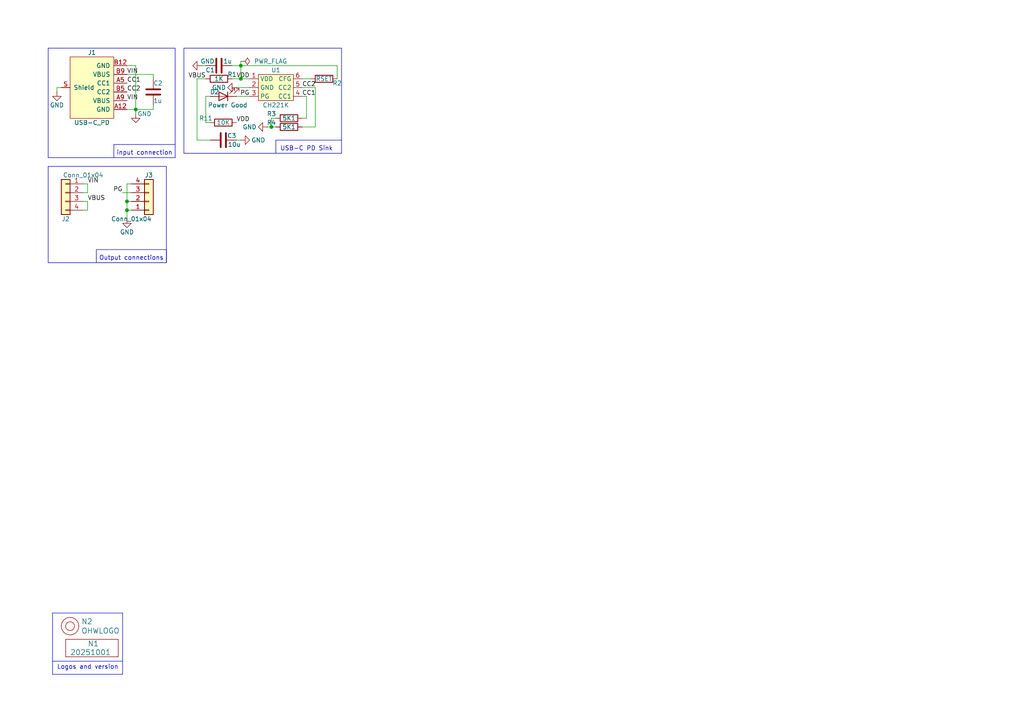
<source format=kicad_sch>
(kicad_sch (version 20250114) (generator "eeschema") (generator_version "9.0")
  (paper "A4")
  (lib_symbols
    (symbol "Connector_Generic:Conn_01x04" (pin_names (offset 1.016) (hide yes))
      (property "Reference" "J" (at 0 5.08 0))
      (property "Value" "Conn_01x04" (at 0 -7.62 0))
      (symbol "Conn_01x04_1_1"
        (rectangle (start -1.27 3.81) (end 1.27 -6.35) (stroke (width 0.254)) (fill (type background)))
        (rectangle (start -1.27 2.667) (end 0 2.413) (stroke (width 0.1524)))
        (rectangle (start -1.27 0.127) (end 0 -0.127) (stroke (width 0.1524)))
        (rectangle (start -1.27 -2.413) (end 0 -2.667) (stroke (width 0.1524)))
        (rectangle (start -1.27 -4.953) (end 0 -5.207) (stroke (width 0.1524)))
        (pin passive line (at -5.08 2.54 0) (length 3.81) (name "Pin_1") (number "1"))
        (pin passive line (at -5.08 0 0) (length 3.81) (name "Pin_2") (number "2"))
        (pin passive line (at -5.08 -2.54 0) (length 3.81) (name "Pin_3") (number "3"))
        (pin passive line (at -5.08 -5.08 0) (length 3.81) (name "Pin_4") (number "4"))
      )
    )
    (symbol "Device:C" (pin_numbers (hide yes)) (pin_names (offset 0.254))
      (property "Reference" "C" (at 0.635 2.54 0))
      (property "Value" "C" (at 0.635 -2.54 0))
      (symbol "C_0_1"
        (polyline (pts (xy -2.032 0.762) (xy 2.032 0.762)) (stroke (width 0.508)))
        (polyline (pts (xy -2.032 -0.762) (xy 2.032 -0.762)) (stroke (width 0.508)))
      )
      (symbol "C_1_1"
        (pin passive line (at 0 3.81 270) (length 2.794) (name "~") (number "1"))
        (pin passive line (at 0 -3.81 90) (length 2.794) (name "~") (number "2"))
      )
    )
    (symbol "Device:LED" (pin_numbers (hide yes)) (pin_names (offset 1.016) (hide yes))
      (property "Reference" "D" (at 0 2.54 0))
      (property "Value" "LED" (at 0 -2.54 0))
      (symbol "LED_0_1"
        (polyline (pts (xy -3.048 -0.762) (xy -4.572 -2.286) (xy -3.81 -2.286) (xy -4.572 -2.286) (xy -4.572 -1.524)))
        (polyline (pts (xy -1.778 -0.762) (xy -3.302 -2.286) (xy -2.54 -2.286) (xy -3.302 -2.286) (xy -3.302 -1.524)))
        (polyline (pts (xy -1.27 0) (xy 1.27 0)))
        (polyline (pts (xy -1.27 -1.27) (xy -1.27 1.27)) (stroke (width 0.254)))
        (polyline (pts (xy 1.27 -1.27) (xy 1.27 1.27) (xy -1.27 0) (xy 1.27 -1.27)) (stroke (width 0.254)))
      )
      (symbol "LED_1_1"
        (pin passive line (at -3.81 0 0) (length 2.54) (name "K") (number "1"))
        (pin passive line (at 3.81 0 180) (length 2.54) (name "A") (number "2"))
      )
    )
    (symbol "Device:R" (pin_numbers (hide yes)) (pin_names (offset 0))
      (property "Reference" "R" (at 2.032 0 90))
      (property "Value" "R" (at 0 0 90))
      (symbol "R_0_1"
        (rectangle (start -1.016 -2.54) (end 1.016 2.54) (stroke (width 0.254)))
      )
      (symbol "R_1_1"
        (pin passive line (at 0 3.81 270) (length 1.27) (name "~") (number "1"))
        (pin passive line (at 0 -3.81 90) (length 1.27) (name "~") (number "2"))
      )
    )
    (symbol "SquantorLabels:OHWLOGO" (pin_names (offset 1.016))
      (property "Reference" "N" (at 0 3.81 0))
      (property "Value" "OHWLOGO" (at 0 -3.81 0))
      (symbol "OHWLOGO_0_1"
        (circle (center 0 0) (radius 1.27))
        (circle (center 0 0) (radius 2.54))
      )
    )
    (symbol "SquantorLabels:VYYYYMMDD" (pin_names (offset 1.016))
      (property "Reference" "N" (at 0 2.54 0))
      (property "Value" "VYYYYMMDD" (at 0 0 0))
      (symbol "VYYYYMMDD_0_1"
        (rectangle (start 7.62 -1.27) (end -7.62 3.81))
      )
    )
    (symbol "SquantorUsb:USB-C_PD" (pin_names (offset 1.016))
      (property "Reference" "J" (at 0 10.16 0))
      (property "Value" "USB-C_PD" (at 0 -10.16 0))
      (symbol "USB-C_PD_0_1"
        (rectangle (start 6.35 8.89) (end -6.35 -8.89) (fill (type background)))
      )
      (symbol "USB-C_PD_1_1"
        (pin passive line (at -8.89 0 0) (length 2.54) (name "Shield") (number "S"))
        (pin power_out line (at 10.16 6.35 180) (length 3.81) (name "GND") (number "B12"))
        (pin power_out line (at 10.16 3.81 180) (length 3.81) (name "VBUS") (number "B9"))
        (pin bidirectional line (at 10.16 1.27 180) (length 3.81) (name "CC1") (number "A5"))
        (pin bidirectional line (at 10.16 -1.27 180) (length 3.81) (name "CC2") (number "B5"))
        (pin passive line (at 10.16 -3.81 180) (length 3.81) (name "VBUS") (number "A9"))
        (pin passive line (at 10.16 -6.35 180) (length 3.81) (name "GND") (number "A12"))
      )
    )
    (symbol "SquantorWCH:CH221K"
      (property "Reference" "U" (at 0 5.08 0))
      (property "Value" "CH221K" (at 0 -5.08 0))
      (symbol "CH221K_1_1"
        (rectangle (start -5.08 3.81) (end 5.08 -3.81) (fill (type background)))
        (pin power_in line (at -7.62 2.54 0) (length 2.54) (name "VDD") (number "1"))
        (pin power_in line (at -7.62 0 0) (length 2.54) (name "GND") (number "2"))
        (pin open_collector line (at -7.62 -2.54 0) (length 2.54) (name "PG") (number "3"))
        (pin input line (at 7.62 2.54 180) (length 2.54) (name "CFG") (number "6"))
        (pin input line (at 7.62 0 180) (length 2.54) (name "CC2") (number "5"))
        (pin input line (at 7.62 -2.54 180) (length 2.54) (name "CC1") (number "4"))
      )
    )
    (symbol "power:GND" (power) (pin_numbers (hide yes)) (pin_names (offset 0) (hide yes))
      (property "Value" "GND" (at 0 -3.81 0))
      (symbol "GND_0_1"
        (polyline (pts (xy 0 0) (xy 0 -1.27) (xy 1.27 -1.27) (xy 0 -2.54) (xy -1.27 -1.27) (xy 0 -1.27)))
      )
      (symbol "GND_1_1"
        (pin power_in line (at 0 0 270) (length 0) (name "~") (number "1"))
      )
    )
    (symbol "power:PWR_FLAG" (power) (pin_numbers (hide yes)) (pin_names (offset 0) (hide yes))
      (property "Value" "PWR_FLAG" (at 0 3.81 0))
      (symbol "PWR_FLAG_0_0"
        (pin power_out line (at 0 0 90) (length 0) (name "~") (number "1"))
      )
      (symbol "PWR_FLAG_0_1"
        (polyline (pts (xy 0 0) (xy 0 1.27) (xy -1.016 1.905) (xy 0 2.54) (xy 1.016 1.905) (xy 0 1.27)))
      )
    )
  )
  (rectangle (start 27.94 72.39) (end 48.26 76.2))
  (rectangle (start 13.97 48.26) (end 48.26 76.2))
  (text "Output connections" (at 38.1 74.93 0) (effects (font (size 1.27 1.27))))
  (text "input connection" (at 41.91 44.45 0) (effects (font (size 1.27 1.27))))
  (text "Logos and version" (at 16.51 194.31 0) (effects (font (size 1.27 1.27)) (justify left bottom)))
  (text "USB-C PD Sink" (at 88.9 43.18 0) (effects (font (size 1.27 1.27))))
  (junction (at 69.85 22.86))
  (junction (at 39.37 31.75))
  (junction (at 36.83 58.42))
  (junction (at 78.74 36.83))
  (junction (at 69.85 19.05))
  (junction (at 36.83 60.96))
  (wire (pts (xy 88.9 34.29) (xy 87.63 34.29)))
  (wire (pts (xy 36.83 53.34) (xy 36.83 58.42)))
  (wire (pts (xy 24.13 58.42) (xy 25.4 58.42)))
  (wire (pts (xy 68.58 27.94) (xy 72.39 27.94)))
  (wire (pts (xy 59.69 22.86) (xy 57.15 22.86)))
  (wire (pts (xy 78.74 36.83) (xy 80.01 36.83)))
  (wire (pts (xy 57.15 40.64) (xy 60.96 40.64)))
  (wire (pts (xy 97.79 19.05) (xy 97.79 22.86)))
  (wire (pts (xy 87.63 27.94) (xy 88.9 27.94)))
  (polyline (pts (xy 15.24 177.8) (xy 15.24 195.58)))
  (polyline (pts (xy 35.56 177.8) (xy 15.24 177.8)))
  (wire (pts (xy 78.74 34.29) (xy 78.74 36.83)))
  (wire (pts (xy 68.58 25.4) (xy 72.39 25.4)))
  (wire (pts (xy 25.4 58.42) (xy 25.4 60.96)))
  (wire (pts (xy 44.45 22.86) (xy 44.45 21.59)))
  (wire (pts (xy 44.45 21.59) (xy 36.83 21.59)))
  (wire (pts (xy 36.83 58.42) (xy 38.1 58.42)))
  (polyline (pts (xy 13.97 45.72) (xy 50.8 45.72)))
  (wire (pts (xy 39.37 19.05) (xy 39.37 31.75)))
  (polyline (pts (xy 50.8 13.97) (xy 13.97 13.97)))
  (wire (pts (xy 87.63 22.86) (xy 90.17 22.86)))
  (wire (pts (xy 39.37 31.75) (xy 39.37 33.02)))
  (wire (pts (xy 60.96 35.56) (xy 59.69 35.56)))
  (wire (pts (xy 68.58 40.64) (xy 69.85 40.64)))
  (wire (pts (xy 77.47 36.83) (xy 78.74 36.83)))
  (wire (pts (xy 59.69 27.94) (xy 60.96 27.94)))
  (polyline (pts (xy 50.8 45.72) (xy 50.8 13.97)))
  (wire (pts (xy 36.83 53.34) (xy 38.1 53.34)))
  (wire (pts (xy 16.51 25.4) (xy 16.51 26.67)))
  (polyline (pts (xy 99.06 44.45) (xy 99.06 13.97)))
  (wire (pts (xy 69.85 22.86) (xy 69.85 19.05)))
  (polyline (pts (xy 13.97 13.97) (xy 13.97 45.72)))
  (wire (pts (xy 36.83 31.75) (xy 39.37 31.75)))
  (wire (pts (xy 39.37 31.75) (xy 44.45 31.75)))
  (polyline (pts (xy 99.06 13.97) (xy 53.34 13.97)))
  (wire (pts (xy 69.85 22.86) (xy 67.31 22.86)))
  (wire (pts (xy 80.01 34.29) (xy 78.74 34.29)))
  (wire (pts (xy 69.85 19.05) (xy 97.79 19.05)))
  (polyline (pts (xy 53.34 44.45) (xy 99.06 44.45)))
  (polyline (pts (xy 50.8 41.91) (xy 33.02 41.91)))
  (wire (pts (xy 69.85 22.86) (xy 72.39 22.86)))
  (polyline (pts (xy 80.01 40.64) (xy 80.01 44.45)))
  (wire (pts (xy 69.85 17.78) (xy 69.85 19.05)))
  (wire (pts (xy 36.83 60.96) (xy 36.83 63.5)))
  (wire (pts (xy 25.4 53.34) (xy 25.4 55.88)))
  (wire (pts (xy 44.45 30.48) (xy 44.45 31.75)))
  (polyline (pts (xy 33.02 41.91) (xy 33.02 45.72)))
  (polyline (pts (xy 53.34 13.97) (xy 53.34 44.45)))
  (wire (pts (xy 36.83 19.05) (xy 39.37 19.05)))
  (wire (pts (xy 36.83 58.42) (xy 36.83 60.96)))
  (wire (pts (xy 91.44 36.83) (xy 87.63 36.83)))
  (wire (pts (xy 59.69 35.56) (xy 59.69 27.94)))
  (wire (pts (xy 36.83 60.96) (xy 38.1 60.96)))
  (polyline (pts (xy 35.56 195.58) (xy 35.56 177.8)))
  (wire (pts (xy 87.63 25.4) (xy 91.44 25.4)))
  (polyline (pts (xy 15.24 195.58) (xy 35.56 195.58)))
  (wire (pts (xy 17.78 25.4) (xy 16.51 25.4)))
  (polyline (pts (xy 99.06 40.64) (xy 80.01 40.64)))
  (wire (pts (xy 69.85 19.05) (xy 67.31 19.05)))
  (wire (pts (xy 57.15 22.86) (xy 57.15 40.64)))
  (wire (pts (xy 88.9 27.94) (xy 88.9 34.29)))
  (wire (pts (xy 24.13 60.96) (xy 25.4 60.96)))
  (wire (pts (xy 58.42 19.05) (xy 59.69 19.05)))
  (wire (pts (xy 91.44 25.4) (xy 91.44 36.83)))
  (wire (pts (xy 24.13 55.88) (xy 25.4 55.88)))
  (polyline (pts (xy 15.24 191.77) (xy 35.56 191.77)))
  (wire (pts (xy 24.13 53.34) (xy 25.4 53.34)))
  (wire (pts (xy 35.56 55.88) (xy 38.1 55.88)))
  (label "CC2" (at 36.83 26.67 0))
  (label "CC1" (at 36.83 24.13 0))
  (label "VDD" (at 72.39 22.86 180))
  (label "VBUS" (at 59.69 22.86 180))
  (label "VBUS" (at 25.4 58.42 0))
  (label "CC2" (at 87.63 25.4 0))
  (label "PG" (at 35.56 55.88 180))
  (label "VIN" (at 25.4 53.34 0))
  (label "VIN" (at 36.83 21.59 0))
  (label "CC1" (at 87.63 27.94 0))
  (label "VDD" (at 68.58 35.56 0))
  (label "PG" (at 72.39 27.94 180))
  (label "VIN" (at 36.83 29.21 0))
  (symbol (lib_id "SquantorLabels:VYYYYMMDD") (at 26.67 189.23 0) (unit 1)
    (property "Reference" "N1" (at 25.4 186.69 0) (effects (font (size 1.524 1.524)) (justify left)))
    (property "Value" "20251001" (at 20.32 189.23 0) (effects (font (size 1.524 1.524)) (justify left)))
    (property "Footprint" "SquantorLabels:Label_Generic" (effects (hide yes)))
  )
  (symbol (lib_id "SquantorLabels:OHWLOGO") (at 20.32 181.61 0) (unit 1)
    (property "Reference" "N2" (at 23.5712 180.2638 0) (effects (font (size 1.524 1.524)) (justify left)))
    (property "Value" "OHWLOGO" (at 23.5712 182.9562 0) (effects (font (size 1.524 1.524)) (justify left)))
    (property "Footprint" "Symbol:OSHW-Symbol_6.7x6mm_SilkScreen" (effects (hide yes)))
  )
  (symbol (lib_id "Device:C") (at 64.77 40.64 90) (unit 1)
    (property "Reference" "C3" (at 68.58 39.37 90) (effects (justify left)))
    (property "Value" "10u" (at 69.85 41.91 90) (effects (justify left)))
    (property "Footprint" "SquantorCapacitor:C_1206_0805" (effects (hide yes)))
    (property "Description" "Unpolarized capacitor" (effects (hide yes)))
  )
  (symbol (lib_id "Device:R") (at 83.82 34.29 270) (unit 1)
    (property "Reference" "R3" (at 78.74 33.02 90))
    (property "Value" "5K1" (at 83.82 34.29 90))
    (property "Footprint" "SquantorResistor:R_0603_hand" (effects (hide yes)))
    (property "Description" "Resistor" (effects (hide yes)))
  )
  (symbol (lib_id "Device:C") (at 63.5 19.05 90) (unit 1)
    (property "Reference" "C1" (at 60.96 20.32 90))
    (property "Value" "1u" (at 66.04 17.78 90))
    (property "Footprint" "SquantorCapacitor:C_0805+0603" (effects (hide yes)))
    (property "Description" "Unpolarized capacitor" (effects (hide yes)))
  )
  (symbol (lib_id "power:GND") (at 16.51 26.67 0) (unit 1)
    (property "Reference" "#PWR2" (effects (hide yes)))
    (property "Value" "GND" (at 16.51 30.48 0))
    (property "Description" "Power symbol creates a global label with name \"GND\" , ground" (effects (hide yes)))
  )
  (symbol (lib_id "power:GND") (at 58.42 19.05 270) (unit 1)
    (property "Reference" "#PWR4" (effects (hide yes)))
    (property "Value" "GND" (at 62.23 17.78 90) (effects (justify right)))
    (property "Description" "Power symbol creates a global label with name \"GND\" , ground" (effects (hide yes)))
  )
  (symbol (lib_id "Connector_Generic:Conn_01x04") (at 19.05 55.88 0) (mirror y) (unit 1)
    (property "Reference" "J2" (at 19.05 63.5 0))
    (property "Value" "Conn_01x04" (at 24.13 50.8 0))
    (property "Footprint" "SquantorConnectors:Header-0254-1X04-H010" (effects (hide yes)))
    (property "Description" "Generic connector, single row, 01x04, script generated (kicad-library-utils/schlib/autogen/connector/)" (effects (hide yes)))
  )
  (symbol (lib_id "Device:LED") (at 64.77 27.94 180) (unit 1)
    (property "Reference" "D2" (at 62.23 26.67 0))
    (property "Value" "Power Good" (at 66.04 30.48 0))
    (property "Footprint" "SquantorDiodes:LED_0603_hand" (effects (hide yes)))
    (property "Description" "Light emitting diode" (effects (hide yes)))
    (property "Sim.Pins" "1=K 2=A" (effects (hide yes)))
  )
  (symbol (lib_id "power:GND") (at 39.37 33.02 0) (unit 1)
    (property "Reference" "#PWR1" (effects (hide yes)))
    (property "Value" "GND" (at 41.91 33.02 0))
    (property "Description" "Power symbol creates a global label with name \"GND\" , ground" (effects (hide yes)))
  )
  (symbol (lib_id "SquantorWCH:CH221K") (at 80.01 25.4 0) (unit 1)
    (property "Reference" "U1" (at 80.01 20.32 0))
    (property "Value" "CH221K" (at 80.01 30.48 0))
    (property "Footprint" "SquantorIC:SOT23-6-HAND" (effects (hide yes)))
  )
  (symbol (lib_id "Device:R") (at 63.5 22.86 90) (unit 1)
    (property "Reference" "R1" (at 67.31 21.59 90))
    (property "Value" "1K" (at 63.5 22.86 90))
    (property "Footprint" "SquantorResistor:R_0603_hand" (effects (hide yes)))
    (property "Description" "Resistor" (effects (hide yes)))
  )
  (symbol (lib_id "Device:R") (at 83.82 36.83 270) (unit 1)
    (property "Reference" "R4" (at 78.74 35.56 90))
    (property "Value" "5K1" (at 83.82 36.83 90))
    (property "Footprint" "SquantorResistor:R_0603_hand" (effects (hide yes)))
    (property "Description" "Resistor" (effects (hide yes)))
  )
  (symbol (lib_id "SquantorUsb:USB-C_PD") (at 26.67 25.4 0) (unit 1)
    (property "Reference" "J1" (at 26.67 15.24 0))
    (property "Value" "USB-C_PD" (at 26.67 35.56 0))
    (property "Footprint" "SquantorUsb:USB-C-HRO-31-M-17_aisler" (effects (hide yes)))
    (property "Description" "USB-C Power delivery only" (effects (hide yes)))
  )
  (symbol (lib_id "power:GND") (at 69.85 40.64 90) (unit 1)
    (property "Reference" "#PWR08" (effects (hide yes)))
    (property "Value" "GND" (at 74.93 40.64 90))
    (property "Description" "Power symbol creates a global label with name \"GND\" , ground" (effects (hide yes)))
  )
  (symbol (lib_id "power:GND") (at 68.58 25.4 270) (unit 1)
    (property "Reference" "#PWR3" (effects (hide yes)))
    (property "Value" "GND" (at 63.5 25.4 90))
    (property "Description" "Power symbol creates a global label with name \"GND\" , ground" (effects (hide yes)))
  )
  (symbol (lib_id "Device:R") (at 93.98 22.86 90) (unit 1)
    (property "Reference" "R2" (at 97.79 24.13 90))
    (property "Value" "RSET" (at 93.98 22.86 90))
    (property "Footprint" "SquantorResistor:R_0603_hand" (effects (hide yes)))
    (property "Description" "Resistor" (effects (hide yes)))
  )
  (symbol (lib_id "Connector_Generic:Conn_01x04") (at 43.18 58.42 0) (mirror x) (unit 1)
    (property "Reference" "J3" (at 43.18 50.8 0))
    (property "Value" "Conn_01x04" (at 38.1 63.5 0))
    (property "Footprint" "SquantorConnectors:Header-0254-1X04-H010" (effects (hide yes)))
    (property "Description" "Generic connector, single row, 01x04, script generated (kicad-library-utils/schlib/autogen/connector/)" (effects (hide yes)))
  )
  (symbol (lib_id "Device:C") (at 44.45 26.67 0) (unit 1)
    (property "Reference" "C2" (at 44.45 24.13 0) (effects (justify left)))
    (property "Value" "1u" (at 44.45 29.21 0) (effects (justify left)))
    (property "Footprint" "SquantorCapacitor:C_1206_0805" (effects (hide yes)))
    (property "Description" "Unpolarized capacitor" (effects (hide yes)))
  )
  (symbol (lib_id "power:GND") (at 77.47 36.83 270) (unit 1)
    (property "Reference" "#PWR5" (effects (hide yes)))
    (property "Value" "GND" (at 72.39 36.83 90))
    (property "Description" "Power symbol creates a global label with name \"GND\" , ground" (effects (hide yes)))
  )
  (symbol (lib_id "Device:R") (at 64.77 35.56 270) (unit 1)
    (property "Reference" "R11" (at 59.69 34.29 90))
    (property "Value" "10K" (at 64.77 35.56 90))
    (property "Footprint" "SquantorResistor:R_0603_hand" (effects (hide yes)))
    (property "Description" "Resistor" (effects (hide yes)))
  )
  (symbol (lib_id "power:GND") (at 36.83 63.5 0) (unit 1)
    (property "Reference" "#PWR07" (effects (hide yes)))
    (property "Value" "GND" (at 36.83 67.31 0))
    (property "Description" "Power symbol creates a global label with name \"GND\" , ground" (effects (hide yes)))
  )
  (symbol (lib_id "power:PWR_FLAG") (at 69.85 17.78 270) (unit 1)
    (property "Reference" "#FLG1" (effects (hide yes)))
    (property "Value" "PWR_FLAG" (at 73.66 17.7799 90) (effects (justify left)))
    (property "Description" "Special symbol for telling ERC where power comes from" (effects (hide yes)))
  )
)
</source>
